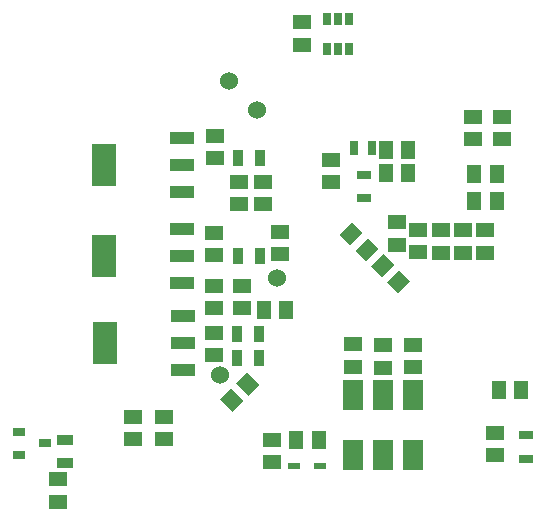
<source format=gbp>
%FSLAX34Y34*%
G04 Gerber Fmt 3.4, Leading zero omitted, Abs format*
G04 (created by PCBNEW (2014-06-12 BZR 4942)-product) date Mon 23 Jun 2014 09:03:34 AM PDT*
%MOIN*%
G01*
G70*
G90*
G04 APERTURE LIST*
%ADD10C,0.003937*%
%ADD11R,0.051200X0.059000*%
%ADD12R,0.065000X0.100000*%
%ADD13C,0.060000*%
%ADD14R,0.059000X0.051200*%
%ADD15R,0.039400X0.023600*%
%ADD16R,0.035000X0.055000*%
%ADD17R,0.055000X0.035000*%
%ADD18R,0.039400X0.031500*%
%ADD19R,0.047200X0.031500*%
%ADD20R,0.080000X0.144000*%
%ADD21R,0.080000X0.040000*%
%ADD22R,0.027600X0.039400*%
%ADD23R,0.025000X0.045000*%
G04 APERTURE END LIST*
G54D10*
G54D11*
X59597Y-30098D03*
X58847Y-30098D03*
G54D12*
X62746Y-30592D03*
X61746Y-30592D03*
X60757Y-30596D03*
X60746Y-28592D03*
X61746Y-28592D03*
X62746Y-28592D03*
G54D13*
X56318Y-27933D03*
G54D14*
X53425Y-29310D03*
X53425Y-30060D03*
X56929Y-21475D03*
X56929Y-22225D03*
X54448Y-29310D03*
X54448Y-30060D03*
X57755Y-21475D03*
X57755Y-22225D03*
X56102Y-27264D03*
X56102Y-26514D03*
X56141Y-20689D03*
X56141Y-19939D03*
X65708Y-20060D03*
X65708Y-19310D03*
G54D11*
X61839Y-20433D03*
X62589Y-20433D03*
G54D14*
X64736Y-20063D03*
X64736Y-19313D03*
G54D11*
X61839Y-21181D03*
X62589Y-21181D03*
X65532Y-22125D03*
X64782Y-22125D03*
X65532Y-21220D03*
X64782Y-21220D03*
G54D14*
X62923Y-23829D03*
X62923Y-23079D03*
X62224Y-23583D03*
X62224Y-22833D03*
X61732Y-27668D03*
X61732Y-26918D03*
X60757Y-27648D03*
X60757Y-26898D03*
X62755Y-27658D03*
X62755Y-26908D03*
X56102Y-24939D03*
X56102Y-25689D03*
X57037Y-24939D03*
X57037Y-25689D03*
G54D11*
X66349Y-28405D03*
X65599Y-28405D03*
G54D14*
X63661Y-23839D03*
X63661Y-23089D03*
X65472Y-29841D03*
X65472Y-30591D03*
G54D10*
G36*
X62122Y-24244D02*
X61705Y-24661D01*
X61343Y-24299D01*
X61760Y-23882D01*
X62122Y-24244D01*
X62122Y-24244D01*
G37*
G36*
X62652Y-24774D02*
X62235Y-25192D01*
X61873Y-24830D01*
X62290Y-24412D01*
X62652Y-24774D01*
X62652Y-24774D01*
G37*
G36*
X60820Y-23767D02*
X61237Y-23349D01*
X61599Y-23711D01*
X61182Y-24129D01*
X60820Y-23767D01*
X60820Y-23767D01*
G37*
G36*
X60290Y-23236D02*
X60707Y-22819D01*
X61069Y-23181D01*
X60652Y-23598D01*
X60290Y-23236D01*
X60290Y-23236D01*
G37*
G54D14*
X56102Y-23918D03*
X56102Y-23168D03*
X64409Y-23839D03*
X64409Y-23089D03*
X58031Y-30077D03*
X58031Y-30827D03*
X65157Y-23839D03*
X65157Y-23089D03*
X59055Y-16910D03*
X59055Y-16160D03*
X50905Y-31396D03*
X50905Y-32146D03*
G54D15*
X59635Y-30944D03*
X58769Y-30944D03*
G54D16*
X56869Y-26535D03*
X57619Y-26535D03*
X56869Y-27362D03*
X57619Y-27362D03*
X56908Y-20688D03*
X57658Y-20688D03*
X56908Y-23937D03*
X57658Y-23937D03*
G54D17*
X51141Y-30097D03*
X51141Y-30847D03*
G54D13*
X56614Y-18110D03*
X58208Y-24669D03*
G54D18*
X50472Y-30196D03*
X49606Y-29821D03*
X49606Y-30571D03*
G54D19*
X61122Y-21239D03*
X61122Y-22027D03*
X66496Y-30708D03*
X66496Y-29920D03*
G54D13*
X57559Y-19094D03*
G54D20*
X52479Y-26850D03*
G54D21*
X55079Y-26850D03*
X55079Y-27750D03*
X55079Y-25950D03*
G54D20*
X52440Y-20905D03*
G54D21*
X55040Y-20905D03*
X55040Y-21805D03*
X55040Y-20005D03*
G54D20*
X52440Y-23937D03*
G54D21*
X55040Y-23937D03*
X55040Y-24837D03*
X55040Y-23037D03*
G54D22*
X59861Y-17035D03*
X60236Y-17035D03*
X60611Y-17035D03*
X60611Y-16035D03*
X60236Y-16035D03*
X59861Y-16035D03*
G54D11*
X57766Y-25740D03*
X58516Y-25740D03*
G54D10*
G36*
X57249Y-28612D02*
X56832Y-28195D01*
X57194Y-27833D01*
X57611Y-28250D01*
X57249Y-28612D01*
X57249Y-28612D01*
G37*
G36*
X56719Y-29142D02*
X56301Y-28725D01*
X56663Y-28363D01*
X57081Y-28780D01*
X56719Y-29142D01*
X56719Y-29142D01*
G37*
G54D14*
X60019Y-20747D03*
X60019Y-21497D03*
X58299Y-23886D03*
X58299Y-23136D03*
G54D23*
X60762Y-20334D03*
X61362Y-20334D03*
M02*

</source>
